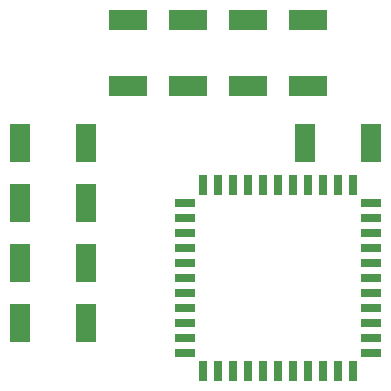
<source format=gtp>
G75*
%MOIN*%
%OFA0B0*%
%FSLAX25Y25*%
%IPPOS*%
%LPD*%
%AMOC8*
5,1,8,0,0,1.08239X$1,22.5*
%
%ADD10R,0.02992X0.07087*%
%ADD11R,0.07087X0.02992*%
%ADD12R,0.07087X0.12598*%
%ADD13R,0.12598X0.07087*%
D10*
X0176000Y0155055D03*
X0181000Y0155055D03*
X0186000Y0155055D03*
X0191000Y0155055D03*
X0196000Y0155055D03*
X0201000Y0155055D03*
X0206000Y0155055D03*
X0211000Y0155055D03*
X0216000Y0155055D03*
X0221000Y0155055D03*
X0226000Y0155055D03*
X0226000Y0216945D03*
X0221000Y0216945D03*
X0216000Y0216945D03*
X0211000Y0216945D03*
X0206000Y0216945D03*
X0201000Y0216945D03*
X0196000Y0216945D03*
X0191000Y0216945D03*
X0186000Y0216945D03*
X0181000Y0216945D03*
X0176000Y0216945D03*
D11*
X0170055Y0211000D03*
X0170055Y0206000D03*
X0170055Y0201000D03*
X0170055Y0196000D03*
X0170055Y0191000D03*
X0170055Y0186000D03*
X0170055Y0181000D03*
X0170055Y0176000D03*
X0170055Y0171000D03*
X0170055Y0166000D03*
X0170055Y0161000D03*
X0231945Y0161000D03*
X0231945Y0166000D03*
X0231945Y0171000D03*
X0231945Y0176000D03*
X0231945Y0181000D03*
X0231945Y0186000D03*
X0231945Y0191000D03*
X0231945Y0196000D03*
X0231945Y0201000D03*
X0231945Y0206000D03*
X0231945Y0211000D03*
D12*
X0232024Y0231000D03*
X0209976Y0231000D03*
X0137024Y0231000D03*
X0114976Y0231000D03*
X0114976Y0211000D03*
X0137024Y0211000D03*
X0137024Y0191000D03*
X0114976Y0191000D03*
X0114976Y0171000D03*
X0137024Y0171000D03*
D13*
X0151000Y0249976D03*
X0171000Y0249976D03*
X0191000Y0249976D03*
X0211000Y0249976D03*
X0211000Y0272024D03*
X0191000Y0272024D03*
X0171000Y0272024D03*
X0151000Y0272024D03*
M02*

</source>
